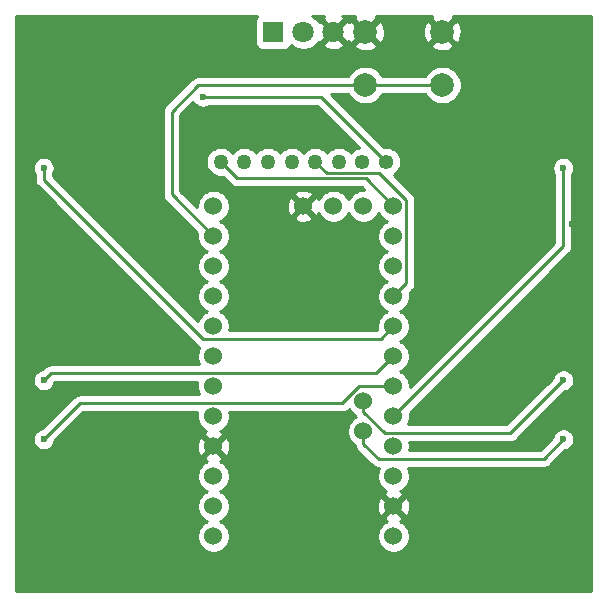
<source format=gbr>
%TF.GenerationSoftware,KiCad,Pcbnew,(5.1.9)-1*%
%TF.CreationDate,2021-04-07T01:06:44+02:00*%
%TF.ProjectId,HB-RC-6-PBU-LED_328,48422d52-432d-4362-9d50-42552d4c4544,rev?*%
%TF.SameCoordinates,Original*%
%TF.FileFunction,Copper,L2,Bot*%
%TF.FilePolarity,Positive*%
%FSLAX46Y46*%
G04 Gerber Fmt 4.6, Leading zero omitted, Abs format (unit mm)*
G04 Created by KiCad (PCBNEW (5.1.9)-1) date 2021-04-07 01:06:44*
%MOMM*%
%LPD*%
G01*
G04 APERTURE LIST*
%TA.AperFunction,ComponentPad*%
%ADD10C,2.000000*%
%TD*%
%TA.AperFunction,ComponentPad*%
%ADD11C,1.524000*%
%TD*%
%TA.AperFunction,ComponentPad*%
%ADD12O,1.270000X1.270000*%
%TD*%
%TA.AperFunction,ComponentPad*%
%ADD13C,1.270000*%
%TD*%
%TA.AperFunction,ComponentPad*%
%ADD14C,1.800000*%
%TD*%
%TA.AperFunction,ComponentPad*%
%ADD15R,1.800000X1.800000*%
%TD*%
%TA.AperFunction,ViaPad*%
%ADD16C,0.600000*%
%TD*%
%TA.AperFunction,Conductor*%
%ADD17C,0.250000*%
%TD*%
%TA.AperFunction,Conductor*%
%ADD18C,0.254000*%
%TD*%
%TA.AperFunction,Conductor*%
%ADD19C,0.100000*%
%TD*%
G04 APERTURE END LIST*
D10*
%TO.P,SW1,1*%
%TO.N,GND*%
X140250000Y-72000000D03*
%TO.P,SW1,2*%
%TO.N,/CONFIG*%
X140250000Y-76500000D03*
%TO.P,SW1,1*%
%TO.N,GND*%
X146750000Y-72000000D03*
%TO.P,SW1,2*%
%TO.N,/CONFIG*%
X146750000Y-76500000D03*
%TD*%
D11*
%TO.P,U1,TXD*%
%TO.N,Net-(U1-PadTXD)*%
X127380000Y-114700000D03*
%TO.P,U1,RXD*%
%TO.N,Net-(U1-PadRXD)*%
X127380000Y-112160000D03*
%TO.P,U1,RST*%
%TO.N,Net-(U1-PadRST)*%
X127380000Y-109620000D03*
%TO.P,U1,GND*%
%TO.N,GND*%
X127380000Y-107080000D03*
%TO.P,U1,2*%
%TO.N,/GDO0*%
X127380000Y-104540000D03*
%TO.P,U1,3*%
%TO.N,Net-(U1-Pad3)*%
X127380000Y-102000000D03*
%TO.P,U1,4*%
%TO.N,/LED1*%
X127380000Y-99460000D03*
%TO.P,U1,5*%
%TO.N,/LED2*%
X127380000Y-96920000D03*
%TO.P,U1,6*%
%TO.N,Net-(U1-Pad6)*%
X127380000Y-94380000D03*
%TO.P,U1,7*%
%TO.N,Net-(U1-Pad7)*%
X127380000Y-91840000D03*
%TO.P,U1,8*%
%TO.N,/CONFIG*%
X127380000Y-89300000D03*
%TO.P,U1,9*%
%TO.N,/WS_LED*%
X127380000Y-86760000D03*
%TO.P,U1,10*%
%TO.N,/CSN*%
X142620000Y-86760000D03*
%TO.P,U1,11*%
%TO.N,/MOSI*%
X142620000Y-89300000D03*
%TO.P,U1,12*%
%TO.N,/MISO*%
X142620000Y-91840000D03*
%TO.P,U1,13*%
%TO.N,/SCK*%
X142620000Y-94380000D03*
%TO.P,U1,A0*%
%TO.N,/BTN1*%
X142620000Y-96920000D03*
%TO.P,U1,A1*%
%TO.N,/BTN2*%
X142620000Y-99460000D03*
%TO.P,U1,A2*%
%TO.N,/BTN3*%
X142620000Y-102000000D03*
%TO.P,U1,A3*%
%TO.N,/BTN4*%
X142620000Y-104540000D03*
%TO.P,U1,VCC*%
%TO.N,/3V3*%
X142620000Y-107080000D03*
%TO.P,U1,RST*%
%TO.N,Net-(U1-PadRST)*%
X142620000Y-109620000D03*
%TO.P,U1,GND*%
%TO.N,GND*%
X142620000Y-112160000D03*
%TO.P,U1,RAW*%
%TO.N,/5V*%
X142620000Y-114700000D03*
%TO.P,U1,A4*%
%TO.N,/BTN5*%
X140080000Y-103270000D03*
%TO.P,U1,A5*%
%TO.N,/BTN6*%
X140080000Y-105810000D03*
%TO.P,U1,A7*%
%TO.N,Net-(U1-PadA7)*%
X140080000Y-86760000D03*
%TO.P,U1,A6*%
%TO.N,Net-(U1-PadA6)*%
X137540000Y-86760000D03*
%TO.P,U1,GND*%
%TO.N,GND*%
X135000000Y-86760000D03*
%TD*%
D12*
%TO.P,IC1,1*%
%TO.N,/3V3*%
X142000000Y-83000000D03*
%TO.P,IC1,2*%
%TO.N,GND*%
X140000000Y-83000000D03*
D13*
%TO.P,IC1,3*%
%TO.N,/MOSI*%
X138000000Y-83000000D03*
%TO.P,IC1,4*%
%TO.N,/SCK*%
X136000000Y-83000000D03*
%TO.P,IC1,5*%
%TO.N,/MISO*%
X134000000Y-83000000D03*
%TO.P,IC1,6*%
%TO.N,Net-(IC1-Pad6)*%
X132000000Y-83000000D03*
%TO.P,IC1,7*%
%TO.N,/GDO0*%
X130000000Y-83000000D03*
%TO.P,IC1,8*%
%TO.N,/CSN*%
X128000000Y-83000000D03*
%TD*%
D14*
%TO.P,D1,3*%
%TO.N,GND*%
X137540000Y-72000000D03*
%TO.P,D1,2*%
%TO.N,Net-(D1-Pad2)*%
X135000000Y-72000000D03*
D15*
%TO.P,D1,1*%
%TO.N,Net-(D1-Pad1)*%
X132460000Y-72000000D03*
%TD*%
D16*
%TO.N,GND*%
X157750000Y-88250000D03*
X120500000Y-76000000D03*
%TO.N,/3V3*%
X126500000Y-77500000D03*
%TO.N,/BTN1*%
X113000000Y-83500000D03*
%TO.N,/BTN2*%
X113000000Y-101500000D03*
%TO.N,/BTN3*%
X113000000Y-106500000D03*
%TO.N,/BTN4*%
X157000000Y-83500000D03*
%TO.N,/BTN5*%
X157000000Y-101500000D03*
%TO.N,/BTN6*%
X157000000Y-106500000D03*
%TD*%
D17*
%TO.N,/3V3*%
X136500000Y-77500000D02*
X142000000Y-83000000D01*
X126500000Y-77500000D02*
X136500000Y-77500000D01*
%TO.N,/SCK*%
X143707001Y-86238239D02*
X143707001Y-93292999D01*
X141428763Y-83960001D02*
X143707001Y-86238239D01*
X136960001Y-83960001D02*
X141428763Y-83960001D01*
X143707001Y-93292999D02*
X142620000Y-94380000D01*
X136000000Y-83000000D02*
X136960001Y-83960001D01*
%TO.N,/CSN*%
X129410011Y-84410011D02*
X140270011Y-84410011D01*
X140270011Y-84410011D02*
X142620000Y-86760000D01*
X128000000Y-83000000D02*
X129410011Y-84410011D01*
%TO.N,/CONFIG*%
X140250000Y-76500000D02*
X146750000Y-76500000D01*
X126074998Y-76500000D02*
X140250000Y-76500000D01*
X123830000Y-78744998D02*
X126074998Y-76500000D01*
X127380000Y-89300000D02*
X123830000Y-85750000D01*
X123830000Y-85750000D02*
X123830000Y-78744998D01*
%TO.N,/BTN1*%
X141532999Y-98007001D02*
X142620000Y-96920000D01*
X126492241Y-98007001D02*
X141532999Y-98007001D01*
X113000000Y-84514760D02*
X126492241Y-98007001D01*
X113000000Y-83500000D02*
X113000000Y-84514760D01*
%TO.N,/BTN2*%
X141167001Y-100912999D02*
X142620000Y-99460000D01*
X113587001Y-100912999D02*
X141167001Y-100912999D01*
X113000000Y-101500000D02*
X113587001Y-100912999D01*
%TO.N,/BTN3*%
X139741238Y-102000000D02*
X142620000Y-102000000D01*
X138288239Y-103452999D02*
X139741238Y-102000000D01*
X116047001Y-103452999D02*
X138288239Y-103452999D01*
X113000000Y-106500000D02*
X116047001Y-103452999D01*
%TO.N,/BTN4*%
X157000000Y-90160000D02*
X142620000Y-104540000D01*
X157000000Y-83500000D02*
X157000000Y-90160000D01*
%TO.N,/BTN5*%
X140080000Y-104201238D02*
X140080000Y-103270000D01*
X141871761Y-105992999D02*
X140080000Y-104201238D01*
X152507001Y-105992999D02*
X141871761Y-105992999D01*
X157000000Y-101500000D02*
X152507001Y-105992999D01*
%TO.N,/BTN6*%
X141359371Y-108167001D02*
X140080000Y-106887630D01*
X140080000Y-106887630D02*
X140080000Y-105810000D01*
X155332999Y-108167001D02*
X141359371Y-108167001D01*
X157000000Y-106500000D02*
X155332999Y-108167001D01*
%TD*%
D18*
%TO.N,GND*%
X131029463Y-70745506D02*
X130970498Y-70855820D01*
X130934188Y-70975518D01*
X130921928Y-71100000D01*
X130921928Y-72900000D01*
X130934188Y-73024482D01*
X130970498Y-73144180D01*
X131029463Y-73254494D01*
X131108815Y-73351185D01*
X131205506Y-73430537D01*
X131315820Y-73489502D01*
X131435518Y-73525812D01*
X131560000Y-73538072D01*
X133360000Y-73538072D01*
X133484482Y-73525812D01*
X133604180Y-73489502D01*
X133714494Y-73430537D01*
X133811185Y-73351185D01*
X133890537Y-73254494D01*
X133949502Y-73144180D01*
X133955056Y-73125873D01*
X134021495Y-73192312D01*
X134272905Y-73360299D01*
X134552257Y-73476011D01*
X134848816Y-73535000D01*
X135151184Y-73535000D01*
X135447743Y-73476011D01*
X135727095Y-73360299D01*
X135978505Y-73192312D01*
X136106737Y-73064080D01*
X136655525Y-73064080D01*
X136739208Y-73318261D01*
X137011775Y-73449158D01*
X137304642Y-73524365D01*
X137606553Y-73540991D01*
X137905907Y-73498397D01*
X138191199Y-73398222D01*
X138340792Y-73318261D01*
X138400990Y-73135413D01*
X139294192Y-73135413D01*
X139389956Y-73399814D01*
X139679571Y-73540704D01*
X139991108Y-73622384D01*
X140312595Y-73641718D01*
X140631675Y-73597961D01*
X140936088Y-73492795D01*
X141110044Y-73399814D01*
X141205808Y-73135413D01*
X145794192Y-73135413D01*
X145889956Y-73399814D01*
X146179571Y-73540704D01*
X146491108Y-73622384D01*
X146812595Y-73641718D01*
X147131675Y-73597961D01*
X147436088Y-73492795D01*
X147610044Y-73399814D01*
X147705808Y-73135413D01*
X146750000Y-72179605D01*
X145794192Y-73135413D01*
X141205808Y-73135413D01*
X140250000Y-72179605D01*
X139294192Y-73135413D01*
X138400990Y-73135413D01*
X138424475Y-73064080D01*
X137540000Y-72179605D01*
X136655525Y-73064080D01*
X136106737Y-73064080D01*
X136192312Y-72978505D01*
X136294951Y-72824895D01*
X136475920Y-72884475D01*
X137360395Y-72000000D01*
X137719605Y-72000000D01*
X138604080Y-72884475D01*
X138824463Y-72811919D01*
X138850186Y-72860044D01*
X139114587Y-72955808D01*
X140070395Y-72000000D01*
X140429605Y-72000000D01*
X141385413Y-72955808D01*
X141649814Y-72860044D01*
X141790704Y-72570429D01*
X141872384Y-72258892D01*
X141884189Y-72062595D01*
X145108282Y-72062595D01*
X145152039Y-72381675D01*
X145257205Y-72686088D01*
X145350186Y-72860044D01*
X145614587Y-72955808D01*
X146570395Y-72000000D01*
X146929605Y-72000000D01*
X147885413Y-72955808D01*
X148149814Y-72860044D01*
X148290704Y-72570429D01*
X148372384Y-72258892D01*
X148391718Y-71937405D01*
X148347961Y-71618325D01*
X148242795Y-71313912D01*
X148149814Y-71139956D01*
X147885413Y-71044192D01*
X146929605Y-72000000D01*
X146570395Y-72000000D01*
X145614587Y-71044192D01*
X145350186Y-71139956D01*
X145209296Y-71429571D01*
X145127616Y-71741108D01*
X145108282Y-72062595D01*
X141884189Y-72062595D01*
X141891718Y-71937405D01*
X141847961Y-71618325D01*
X141742795Y-71313912D01*
X141649814Y-71139956D01*
X141385413Y-71044192D01*
X140429605Y-72000000D01*
X140070395Y-72000000D01*
X139114587Y-71044192D01*
X138850186Y-71139956D01*
X138826455Y-71188737D01*
X138604080Y-71115525D01*
X137719605Y-72000000D01*
X137360395Y-72000000D01*
X136475920Y-71115525D01*
X136294951Y-71175105D01*
X136192312Y-71021495D01*
X135978505Y-70807688D01*
X135757475Y-70660000D01*
X136779878Y-70660000D01*
X136739208Y-70681739D01*
X136655525Y-70935920D01*
X137540000Y-71820395D01*
X138424475Y-70935920D01*
X138340792Y-70681739D01*
X138295525Y-70660000D01*
X139368292Y-70660000D01*
X139294192Y-70864587D01*
X140250000Y-71820395D01*
X141205808Y-70864587D01*
X141131708Y-70660000D01*
X145868292Y-70660000D01*
X145794192Y-70864587D01*
X146750000Y-71820395D01*
X147705808Y-70864587D01*
X147631708Y-70660000D01*
X159340000Y-70660000D01*
X159340001Y-119340000D01*
X110660000Y-119340000D01*
X110660000Y-109482408D01*
X125983000Y-109482408D01*
X125983000Y-109757592D01*
X126036686Y-110027490D01*
X126141995Y-110281727D01*
X126294880Y-110510535D01*
X126489465Y-110705120D01*
X126718273Y-110858005D01*
X126795515Y-110890000D01*
X126718273Y-110921995D01*
X126489465Y-111074880D01*
X126294880Y-111269465D01*
X126141995Y-111498273D01*
X126036686Y-111752510D01*
X125983000Y-112022408D01*
X125983000Y-112297592D01*
X126036686Y-112567490D01*
X126141995Y-112821727D01*
X126294880Y-113050535D01*
X126489465Y-113245120D01*
X126718273Y-113398005D01*
X126795515Y-113430000D01*
X126718273Y-113461995D01*
X126489465Y-113614880D01*
X126294880Y-113809465D01*
X126141995Y-114038273D01*
X126036686Y-114292510D01*
X125983000Y-114562408D01*
X125983000Y-114837592D01*
X126036686Y-115107490D01*
X126141995Y-115361727D01*
X126294880Y-115590535D01*
X126489465Y-115785120D01*
X126718273Y-115938005D01*
X126972510Y-116043314D01*
X127242408Y-116097000D01*
X127517592Y-116097000D01*
X127787490Y-116043314D01*
X128041727Y-115938005D01*
X128270535Y-115785120D01*
X128465120Y-115590535D01*
X128618005Y-115361727D01*
X128723314Y-115107490D01*
X128777000Y-114837592D01*
X128777000Y-114562408D01*
X141223000Y-114562408D01*
X141223000Y-114837592D01*
X141276686Y-115107490D01*
X141381995Y-115361727D01*
X141534880Y-115590535D01*
X141729465Y-115785120D01*
X141958273Y-115938005D01*
X142212510Y-116043314D01*
X142482408Y-116097000D01*
X142757592Y-116097000D01*
X143027490Y-116043314D01*
X143281727Y-115938005D01*
X143510535Y-115785120D01*
X143705120Y-115590535D01*
X143858005Y-115361727D01*
X143963314Y-115107490D01*
X144017000Y-114837592D01*
X144017000Y-114562408D01*
X143963314Y-114292510D01*
X143858005Y-114038273D01*
X143705120Y-113809465D01*
X143510535Y-113614880D01*
X143281727Y-113461995D01*
X143210057Y-113432308D01*
X143223023Y-113427636D01*
X143338980Y-113365656D01*
X143405960Y-113125565D01*
X142620000Y-112339605D01*
X141834040Y-113125565D01*
X141901020Y-113365656D01*
X142036760Y-113429485D01*
X141958273Y-113461995D01*
X141729465Y-113614880D01*
X141534880Y-113809465D01*
X141381995Y-114038273D01*
X141276686Y-114292510D01*
X141223000Y-114562408D01*
X128777000Y-114562408D01*
X128723314Y-114292510D01*
X128618005Y-114038273D01*
X128465120Y-113809465D01*
X128270535Y-113614880D01*
X128041727Y-113461995D01*
X127964485Y-113430000D01*
X128041727Y-113398005D01*
X128270535Y-113245120D01*
X128465120Y-113050535D01*
X128618005Y-112821727D01*
X128723314Y-112567490D01*
X128777000Y-112297592D01*
X128777000Y-112232017D01*
X141218090Y-112232017D01*
X141259078Y-112504133D01*
X141352364Y-112763023D01*
X141414344Y-112878980D01*
X141654435Y-112945960D01*
X142440395Y-112160000D01*
X142799605Y-112160000D01*
X143585565Y-112945960D01*
X143825656Y-112878980D01*
X143942756Y-112629952D01*
X144009023Y-112362865D01*
X144021910Y-112087983D01*
X143980922Y-111815867D01*
X143887636Y-111556977D01*
X143825656Y-111441020D01*
X143585565Y-111374040D01*
X142799605Y-112160000D01*
X142440395Y-112160000D01*
X141654435Y-111374040D01*
X141414344Y-111441020D01*
X141297244Y-111690048D01*
X141230977Y-111957135D01*
X141218090Y-112232017D01*
X128777000Y-112232017D01*
X128777000Y-112022408D01*
X128723314Y-111752510D01*
X128618005Y-111498273D01*
X128465120Y-111269465D01*
X128270535Y-111074880D01*
X128041727Y-110921995D01*
X127964485Y-110890000D01*
X128041727Y-110858005D01*
X128270535Y-110705120D01*
X128465120Y-110510535D01*
X128618005Y-110281727D01*
X128723314Y-110027490D01*
X128777000Y-109757592D01*
X128777000Y-109482408D01*
X128723314Y-109212510D01*
X128618005Y-108958273D01*
X128465120Y-108729465D01*
X128270535Y-108534880D01*
X128041727Y-108381995D01*
X127970057Y-108352308D01*
X127983023Y-108347636D01*
X128098980Y-108285656D01*
X128165960Y-108045565D01*
X127380000Y-107259605D01*
X126594040Y-108045565D01*
X126661020Y-108285656D01*
X126796760Y-108349485D01*
X126718273Y-108381995D01*
X126489465Y-108534880D01*
X126294880Y-108729465D01*
X126141995Y-108958273D01*
X126036686Y-109212510D01*
X125983000Y-109482408D01*
X110660000Y-109482408D01*
X110660000Y-83407911D01*
X112065000Y-83407911D01*
X112065000Y-83592089D01*
X112100932Y-83772729D01*
X112171414Y-83942889D01*
X112240001Y-84045536D01*
X112240001Y-84477428D01*
X112236324Y-84514760D01*
X112240001Y-84552093D01*
X112250998Y-84663746D01*
X112262680Y-84702257D01*
X112294454Y-84807006D01*
X112365026Y-84939036D01*
X112436201Y-85025762D01*
X112460000Y-85054761D01*
X112488998Y-85078559D01*
X125928442Y-98518004D01*
X125952240Y-98547002D01*
X126067965Y-98641975D01*
X126199465Y-98712264D01*
X126141995Y-98798273D01*
X126036686Y-99052510D01*
X125983000Y-99322408D01*
X125983000Y-99597592D01*
X126036686Y-99867490D01*
X126141995Y-100121727D01*
X126162890Y-100152999D01*
X113624326Y-100152999D01*
X113587001Y-100149323D01*
X113549676Y-100152999D01*
X113549668Y-100152999D01*
X113438015Y-100163996D01*
X113294754Y-100207453D01*
X113162725Y-100278025D01*
X113047000Y-100372998D01*
X113023201Y-100401997D01*
X112848351Y-100576847D01*
X112727271Y-100600932D01*
X112557111Y-100671414D01*
X112403972Y-100773738D01*
X112273738Y-100903972D01*
X112171414Y-101057111D01*
X112100932Y-101227271D01*
X112065000Y-101407911D01*
X112065000Y-101592089D01*
X112100932Y-101772729D01*
X112171414Y-101942889D01*
X112273738Y-102096028D01*
X112403972Y-102226262D01*
X112557111Y-102328586D01*
X112727271Y-102399068D01*
X112907911Y-102435000D01*
X113092089Y-102435000D01*
X113272729Y-102399068D01*
X113442889Y-102328586D01*
X113596028Y-102226262D01*
X113726262Y-102096028D01*
X113828586Y-101942889D01*
X113899068Y-101772729D01*
X113918906Y-101672999D01*
X126020676Y-101672999D01*
X125983000Y-101862408D01*
X125983000Y-102137592D01*
X126036686Y-102407490D01*
X126141995Y-102661727D01*
X126162890Y-102692999D01*
X116084323Y-102692999D01*
X116047000Y-102689323D01*
X116009677Y-102692999D01*
X116009668Y-102692999D01*
X115898015Y-102703996D01*
X115754754Y-102747453D01*
X115622724Y-102818025D01*
X115539084Y-102886667D01*
X115507000Y-102912998D01*
X115483202Y-102941996D01*
X112848352Y-105576847D01*
X112727271Y-105600932D01*
X112557111Y-105671414D01*
X112403972Y-105773738D01*
X112273738Y-105903972D01*
X112171414Y-106057111D01*
X112100932Y-106227271D01*
X112065000Y-106407911D01*
X112065000Y-106592089D01*
X112100932Y-106772729D01*
X112171414Y-106942889D01*
X112273738Y-107096028D01*
X112403972Y-107226262D01*
X112557111Y-107328586D01*
X112727271Y-107399068D01*
X112907911Y-107435000D01*
X113092089Y-107435000D01*
X113272729Y-107399068D01*
X113442889Y-107328586D01*
X113596028Y-107226262D01*
X113670273Y-107152017D01*
X125978090Y-107152017D01*
X126019078Y-107424133D01*
X126112364Y-107683023D01*
X126174344Y-107798980D01*
X126414435Y-107865960D01*
X127200395Y-107080000D01*
X127559605Y-107080000D01*
X128345565Y-107865960D01*
X128585656Y-107798980D01*
X128702756Y-107549952D01*
X128769023Y-107282865D01*
X128781910Y-107007983D01*
X128740922Y-106735867D01*
X128647636Y-106476977D01*
X128585656Y-106361020D01*
X128345565Y-106294040D01*
X127559605Y-107080000D01*
X127200395Y-107080000D01*
X126414435Y-106294040D01*
X126174344Y-106361020D01*
X126057244Y-106610048D01*
X125990977Y-106877135D01*
X125978090Y-107152017D01*
X113670273Y-107152017D01*
X113726262Y-107096028D01*
X113828586Y-106942889D01*
X113899068Y-106772729D01*
X113923153Y-106651648D01*
X116361803Y-104212999D01*
X126020676Y-104212999D01*
X125983000Y-104402408D01*
X125983000Y-104677592D01*
X126036686Y-104947490D01*
X126141995Y-105201727D01*
X126294880Y-105430535D01*
X126489465Y-105625120D01*
X126718273Y-105778005D01*
X126789943Y-105807692D01*
X126776977Y-105812364D01*
X126661020Y-105874344D01*
X126594040Y-106114435D01*
X127380000Y-106900395D01*
X128165960Y-106114435D01*
X128098980Y-105874344D01*
X127963240Y-105810515D01*
X128041727Y-105778005D01*
X128270535Y-105625120D01*
X128465120Y-105430535D01*
X128618005Y-105201727D01*
X128723314Y-104947490D01*
X128777000Y-104677592D01*
X128777000Y-104402408D01*
X128739324Y-104212999D01*
X138250917Y-104212999D01*
X138288239Y-104216675D01*
X138325561Y-104212999D01*
X138325572Y-104212999D01*
X138437225Y-104202002D01*
X138580486Y-104158545D01*
X138712515Y-104087973D01*
X138828240Y-103993000D01*
X138852043Y-103963996D01*
X138858945Y-103957094D01*
X138994880Y-104160535D01*
X139189465Y-104355120D01*
X139368839Y-104474974D01*
X139374454Y-104493484D01*
X139416907Y-104572908D01*
X139189465Y-104724880D01*
X138994880Y-104919465D01*
X138841995Y-105148273D01*
X138736686Y-105402510D01*
X138683000Y-105672408D01*
X138683000Y-105947592D01*
X138736686Y-106217490D01*
X138841995Y-106471727D01*
X138994880Y-106700535D01*
X139189465Y-106895120D01*
X139326050Y-106986383D01*
X139330997Y-107036615D01*
X139366003Y-107152017D01*
X139374454Y-107179876D01*
X139445026Y-107311906D01*
X139484871Y-107360456D01*
X139539999Y-107427631D01*
X139569003Y-107451434D01*
X140795572Y-108678004D01*
X140819370Y-108707002D01*
X140935095Y-108801975D01*
X141067124Y-108872547D01*
X141210385Y-108916004D01*
X141322038Y-108927001D01*
X141322048Y-108927001D01*
X141359371Y-108930677D01*
X141396694Y-108927001D01*
X141402890Y-108927001D01*
X141381995Y-108958273D01*
X141276686Y-109212510D01*
X141223000Y-109482408D01*
X141223000Y-109757592D01*
X141276686Y-110027490D01*
X141381995Y-110281727D01*
X141534880Y-110510535D01*
X141729465Y-110705120D01*
X141958273Y-110858005D01*
X142029943Y-110887692D01*
X142016977Y-110892364D01*
X141901020Y-110954344D01*
X141834040Y-111194435D01*
X142620000Y-111980395D01*
X143405960Y-111194435D01*
X143338980Y-110954344D01*
X143203240Y-110890515D01*
X143281727Y-110858005D01*
X143510535Y-110705120D01*
X143705120Y-110510535D01*
X143858005Y-110281727D01*
X143963314Y-110027490D01*
X144017000Y-109757592D01*
X144017000Y-109482408D01*
X143963314Y-109212510D01*
X143858005Y-108958273D01*
X143837110Y-108927001D01*
X155295677Y-108927001D01*
X155332999Y-108930677D01*
X155370321Y-108927001D01*
X155370332Y-108927001D01*
X155481985Y-108916004D01*
X155625246Y-108872547D01*
X155757275Y-108801975D01*
X155873000Y-108707002D01*
X155896802Y-108677999D01*
X157151650Y-107423152D01*
X157272729Y-107399068D01*
X157442889Y-107328586D01*
X157596028Y-107226262D01*
X157726262Y-107096028D01*
X157828586Y-106942889D01*
X157899068Y-106772729D01*
X157935000Y-106592089D01*
X157935000Y-106407911D01*
X157899068Y-106227271D01*
X157828586Y-106057111D01*
X157726262Y-105903972D01*
X157596028Y-105773738D01*
X157442889Y-105671414D01*
X157272729Y-105600932D01*
X157092089Y-105565000D01*
X156907911Y-105565000D01*
X156727271Y-105600932D01*
X156557111Y-105671414D01*
X156403972Y-105773738D01*
X156273738Y-105903972D01*
X156171414Y-106057111D01*
X156100932Y-106227271D01*
X156076848Y-106348350D01*
X155018198Y-107407001D01*
X143979324Y-107407001D01*
X144017000Y-107217592D01*
X144017000Y-106942408D01*
X143979324Y-106752999D01*
X152469679Y-106752999D01*
X152507001Y-106756675D01*
X152544323Y-106752999D01*
X152544334Y-106752999D01*
X152655987Y-106742002D01*
X152799248Y-106698545D01*
X152931277Y-106627973D01*
X153047002Y-106533000D01*
X153070805Y-106503996D01*
X157151649Y-102423153D01*
X157272729Y-102399068D01*
X157442889Y-102328586D01*
X157596028Y-102226262D01*
X157726262Y-102096028D01*
X157828586Y-101942889D01*
X157899068Y-101772729D01*
X157935000Y-101592089D01*
X157935000Y-101407911D01*
X157899068Y-101227271D01*
X157828586Y-101057111D01*
X157726262Y-100903972D01*
X157596028Y-100773738D01*
X157442889Y-100671414D01*
X157272729Y-100600932D01*
X157092089Y-100565000D01*
X156907911Y-100565000D01*
X156727271Y-100600932D01*
X156557111Y-100671414D01*
X156403972Y-100773738D01*
X156273738Y-100903972D01*
X156171414Y-101057111D01*
X156100932Y-101227271D01*
X156076847Y-101348351D01*
X152192200Y-105232999D01*
X143837110Y-105232999D01*
X143858005Y-105201727D01*
X143963314Y-104947490D01*
X144017000Y-104677592D01*
X144017000Y-104402408D01*
X143986372Y-104248429D01*
X157511003Y-90723799D01*
X157540001Y-90700001D01*
X157586523Y-90643314D01*
X157634974Y-90584277D01*
X157705546Y-90452247D01*
X157725908Y-90385120D01*
X157749003Y-90308986D01*
X157760000Y-90197333D01*
X157760000Y-90197324D01*
X157763676Y-90160001D01*
X157760000Y-90122678D01*
X157760000Y-84045535D01*
X157828586Y-83942889D01*
X157899068Y-83772729D01*
X157935000Y-83592089D01*
X157935000Y-83407911D01*
X157899068Y-83227271D01*
X157828586Y-83057111D01*
X157726262Y-82903972D01*
X157596028Y-82773738D01*
X157442889Y-82671414D01*
X157272729Y-82600932D01*
X157092089Y-82565000D01*
X156907911Y-82565000D01*
X156727271Y-82600932D01*
X156557111Y-82671414D01*
X156403972Y-82773738D01*
X156273738Y-82903972D01*
X156171414Y-83057111D01*
X156100932Y-83227271D01*
X156065000Y-83407911D01*
X156065000Y-83592089D01*
X156100932Y-83772729D01*
X156171414Y-83942889D01*
X156240000Y-84045536D01*
X156240001Y-89845197D01*
X144017000Y-102068199D01*
X144017000Y-101862408D01*
X143963314Y-101592510D01*
X143858005Y-101338273D01*
X143705120Y-101109465D01*
X143510535Y-100914880D01*
X143281727Y-100761995D01*
X143204485Y-100730000D01*
X143281727Y-100698005D01*
X143510535Y-100545120D01*
X143705120Y-100350535D01*
X143858005Y-100121727D01*
X143963314Y-99867490D01*
X144017000Y-99597592D01*
X144017000Y-99322408D01*
X143963314Y-99052510D01*
X143858005Y-98798273D01*
X143705120Y-98569465D01*
X143510535Y-98374880D01*
X143281727Y-98221995D01*
X143204485Y-98190000D01*
X143281727Y-98158005D01*
X143510535Y-98005120D01*
X143705120Y-97810535D01*
X143858005Y-97581727D01*
X143963314Y-97327490D01*
X144017000Y-97057592D01*
X144017000Y-96782408D01*
X143963314Y-96512510D01*
X143858005Y-96258273D01*
X143705120Y-96029465D01*
X143510535Y-95834880D01*
X143281727Y-95681995D01*
X143204485Y-95650000D01*
X143281727Y-95618005D01*
X143510535Y-95465120D01*
X143705120Y-95270535D01*
X143858005Y-95041727D01*
X143963314Y-94787490D01*
X144017000Y-94517592D01*
X144017000Y-94242408D01*
X143986372Y-94088430D01*
X144218004Y-93856798D01*
X144247002Y-93833000D01*
X144341975Y-93717275D01*
X144412547Y-93585246D01*
X144456004Y-93441985D01*
X144467001Y-93330332D01*
X144470678Y-93292999D01*
X144467001Y-93255666D01*
X144467001Y-86275561D01*
X144470677Y-86238238D01*
X144467001Y-86200915D01*
X144467001Y-86200906D01*
X144456004Y-86089253D01*
X144412547Y-85945992D01*
X144341975Y-85813962D01*
X144270800Y-85727236D01*
X144247002Y-85698238D01*
X144218005Y-85674441D01*
X142642005Y-84098442D01*
X142809578Y-83986473D01*
X142986473Y-83809578D01*
X143125459Y-83601571D01*
X143221195Y-83370445D01*
X143270000Y-83125084D01*
X143270000Y-82874916D01*
X143221195Y-82629555D01*
X143125459Y-82398429D01*
X142986473Y-82190422D01*
X142809578Y-82013527D01*
X142601571Y-81874541D01*
X142370445Y-81778805D01*
X142125084Y-81730000D01*
X141874916Y-81730000D01*
X141816434Y-81741633D01*
X137334801Y-77260000D01*
X138795091Y-77260000D01*
X138801082Y-77274463D01*
X138980013Y-77542252D01*
X139207748Y-77769987D01*
X139475537Y-77948918D01*
X139773088Y-78072168D01*
X140088967Y-78135000D01*
X140411033Y-78135000D01*
X140726912Y-78072168D01*
X141024463Y-77948918D01*
X141292252Y-77769987D01*
X141519987Y-77542252D01*
X141698918Y-77274463D01*
X141704909Y-77260000D01*
X145295091Y-77260000D01*
X145301082Y-77274463D01*
X145480013Y-77542252D01*
X145707748Y-77769987D01*
X145975537Y-77948918D01*
X146273088Y-78072168D01*
X146588967Y-78135000D01*
X146911033Y-78135000D01*
X147226912Y-78072168D01*
X147524463Y-77948918D01*
X147792252Y-77769987D01*
X148019987Y-77542252D01*
X148198918Y-77274463D01*
X148322168Y-76976912D01*
X148385000Y-76661033D01*
X148385000Y-76338967D01*
X148322168Y-76023088D01*
X148198918Y-75725537D01*
X148019987Y-75457748D01*
X147792252Y-75230013D01*
X147524463Y-75051082D01*
X147226912Y-74927832D01*
X146911033Y-74865000D01*
X146588967Y-74865000D01*
X146273088Y-74927832D01*
X145975537Y-75051082D01*
X145707748Y-75230013D01*
X145480013Y-75457748D01*
X145301082Y-75725537D01*
X145295091Y-75740000D01*
X141704909Y-75740000D01*
X141698918Y-75725537D01*
X141519987Y-75457748D01*
X141292252Y-75230013D01*
X141024463Y-75051082D01*
X140726912Y-74927832D01*
X140411033Y-74865000D01*
X140088967Y-74865000D01*
X139773088Y-74927832D01*
X139475537Y-75051082D01*
X139207748Y-75230013D01*
X138980013Y-75457748D01*
X138801082Y-75725537D01*
X138795091Y-75740000D01*
X126112331Y-75740000D01*
X126074998Y-75736323D01*
X126037665Y-75740000D01*
X125926012Y-75750997D01*
X125782751Y-75794454D01*
X125650722Y-75865026D01*
X125534997Y-75959999D01*
X125511199Y-75988997D01*
X123318998Y-78181199D01*
X123290000Y-78204997D01*
X123266202Y-78233995D01*
X123266201Y-78233996D01*
X123195026Y-78320722D01*
X123124454Y-78452752D01*
X123080998Y-78596013D01*
X123066324Y-78744998D01*
X123070001Y-78782330D01*
X123070000Y-85712677D01*
X123066324Y-85750000D01*
X123070000Y-85787322D01*
X123070000Y-85787332D01*
X123080997Y-85898985D01*
X123124082Y-86041020D01*
X123124454Y-86042246D01*
X123195026Y-86174276D01*
X123216881Y-86200906D01*
X123289999Y-86290001D01*
X123319003Y-86313804D01*
X126013628Y-89008430D01*
X125983000Y-89162408D01*
X125983000Y-89437592D01*
X126036686Y-89707490D01*
X126141995Y-89961727D01*
X126294880Y-90190535D01*
X126489465Y-90385120D01*
X126718273Y-90538005D01*
X126795515Y-90570000D01*
X126718273Y-90601995D01*
X126489465Y-90754880D01*
X126294880Y-90949465D01*
X126141995Y-91178273D01*
X126036686Y-91432510D01*
X125983000Y-91702408D01*
X125983000Y-91977592D01*
X126036686Y-92247490D01*
X126141995Y-92501727D01*
X126294880Y-92730535D01*
X126489465Y-92925120D01*
X126718273Y-93078005D01*
X126795515Y-93110000D01*
X126718273Y-93141995D01*
X126489465Y-93294880D01*
X126294880Y-93489465D01*
X126141995Y-93718273D01*
X126036686Y-93972510D01*
X125983000Y-94242408D01*
X125983000Y-94517592D01*
X126036686Y-94787490D01*
X126141995Y-95041727D01*
X126294880Y-95270535D01*
X126489465Y-95465120D01*
X126718273Y-95618005D01*
X126795515Y-95650000D01*
X126718273Y-95681995D01*
X126489465Y-95834880D01*
X126294880Y-96029465D01*
X126141995Y-96258273D01*
X126047191Y-96487149D01*
X113760000Y-84199959D01*
X113760000Y-84045535D01*
X113828586Y-83942889D01*
X113899068Y-83772729D01*
X113935000Y-83592089D01*
X113935000Y-83407911D01*
X113899068Y-83227271D01*
X113828586Y-83057111D01*
X113726262Y-82903972D01*
X113596028Y-82773738D01*
X113442889Y-82671414D01*
X113272729Y-82600932D01*
X113092089Y-82565000D01*
X112907911Y-82565000D01*
X112727271Y-82600932D01*
X112557111Y-82671414D01*
X112403972Y-82773738D01*
X112273738Y-82903972D01*
X112171414Y-83057111D01*
X112100932Y-83227271D01*
X112065000Y-83407911D01*
X110660000Y-83407911D01*
X110660000Y-70660000D01*
X131099636Y-70660000D01*
X131029463Y-70745506D01*
%TA.AperFunction,Conductor*%
D19*
G36*
X131029463Y-70745506D02*
G01*
X130970498Y-70855820D01*
X130934188Y-70975518D01*
X130921928Y-71100000D01*
X130921928Y-72900000D01*
X130934188Y-73024482D01*
X130970498Y-73144180D01*
X131029463Y-73254494D01*
X131108815Y-73351185D01*
X131205506Y-73430537D01*
X131315820Y-73489502D01*
X131435518Y-73525812D01*
X131560000Y-73538072D01*
X133360000Y-73538072D01*
X133484482Y-73525812D01*
X133604180Y-73489502D01*
X133714494Y-73430537D01*
X133811185Y-73351185D01*
X133890537Y-73254494D01*
X133949502Y-73144180D01*
X133955056Y-73125873D01*
X134021495Y-73192312D01*
X134272905Y-73360299D01*
X134552257Y-73476011D01*
X134848816Y-73535000D01*
X135151184Y-73535000D01*
X135447743Y-73476011D01*
X135727095Y-73360299D01*
X135978505Y-73192312D01*
X136106737Y-73064080D01*
X136655525Y-73064080D01*
X136739208Y-73318261D01*
X137011775Y-73449158D01*
X137304642Y-73524365D01*
X137606553Y-73540991D01*
X137905907Y-73498397D01*
X138191199Y-73398222D01*
X138340792Y-73318261D01*
X138400990Y-73135413D01*
X139294192Y-73135413D01*
X139389956Y-73399814D01*
X139679571Y-73540704D01*
X139991108Y-73622384D01*
X140312595Y-73641718D01*
X140631675Y-73597961D01*
X140936088Y-73492795D01*
X141110044Y-73399814D01*
X141205808Y-73135413D01*
X145794192Y-73135413D01*
X145889956Y-73399814D01*
X146179571Y-73540704D01*
X146491108Y-73622384D01*
X146812595Y-73641718D01*
X147131675Y-73597961D01*
X147436088Y-73492795D01*
X147610044Y-73399814D01*
X147705808Y-73135413D01*
X146750000Y-72179605D01*
X145794192Y-73135413D01*
X141205808Y-73135413D01*
X140250000Y-72179605D01*
X139294192Y-73135413D01*
X138400990Y-73135413D01*
X138424475Y-73064080D01*
X137540000Y-72179605D01*
X136655525Y-73064080D01*
X136106737Y-73064080D01*
X136192312Y-72978505D01*
X136294951Y-72824895D01*
X136475920Y-72884475D01*
X137360395Y-72000000D01*
X137719605Y-72000000D01*
X138604080Y-72884475D01*
X138824463Y-72811919D01*
X138850186Y-72860044D01*
X139114587Y-72955808D01*
X140070395Y-72000000D01*
X140429605Y-72000000D01*
X141385413Y-72955808D01*
X141649814Y-72860044D01*
X141790704Y-72570429D01*
X141872384Y-72258892D01*
X141884189Y-72062595D01*
X145108282Y-72062595D01*
X145152039Y-72381675D01*
X145257205Y-72686088D01*
X145350186Y-72860044D01*
X145614587Y-72955808D01*
X146570395Y-72000000D01*
X146929605Y-72000000D01*
X147885413Y-72955808D01*
X148149814Y-72860044D01*
X148290704Y-72570429D01*
X148372384Y-72258892D01*
X148391718Y-71937405D01*
X148347961Y-71618325D01*
X148242795Y-71313912D01*
X148149814Y-71139956D01*
X147885413Y-71044192D01*
X146929605Y-72000000D01*
X146570395Y-72000000D01*
X145614587Y-71044192D01*
X145350186Y-71139956D01*
X145209296Y-71429571D01*
X145127616Y-71741108D01*
X145108282Y-72062595D01*
X141884189Y-72062595D01*
X141891718Y-71937405D01*
X141847961Y-71618325D01*
X141742795Y-71313912D01*
X141649814Y-71139956D01*
X141385413Y-71044192D01*
X140429605Y-72000000D01*
X140070395Y-72000000D01*
X139114587Y-71044192D01*
X138850186Y-71139956D01*
X138826455Y-71188737D01*
X138604080Y-71115525D01*
X137719605Y-72000000D01*
X137360395Y-72000000D01*
X136475920Y-71115525D01*
X136294951Y-71175105D01*
X136192312Y-71021495D01*
X135978505Y-70807688D01*
X135757475Y-70660000D01*
X136779878Y-70660000D01*
X136739208Y-70681739D01*
X136655525Y-70935920D01*
X137540000Y-71820395D01*
X138424475Y-70935920D01*
X138340792Y-70681739D01*
X138295525Y-70660000D01*
X139368292Y-70660000D01*
X139294192Y-70864587D01*
X140250000Y-71820395D01*
X141205808Y-70864587D01*
X141131708Y-70660000D01*
X145868292Y-70660000D01*
X145794192Y-70864587D01*
X146750000Y-71820395D01*
X147705808Y-70864587D01*
X147631708Y-70660000D01*
X159340000Y-70660000D01*
X159340001Y-119340000D01*
X110660000Y-119340000D01*
X110660000Y-109482408D01*
X125983000Y-109482408D01*
X125983000Y-109757592D01*
X126036686Y-110027490D01*
X126141995Y-110281727D01*
X126294880Y-110510535D01*
X126489465Y-110705120D01*
X126718273Y-110858005D01*
X126795515Y-110890000D01*
X126718273Y-110921995D01*
X126489465Y-111074880D01*
X126294880Y-111269465D01*
X126141995Y-111498273D01*
X126036686Y-111752510D01*
X125983000Y-112022408D01*
X125983000Y-112297592D01*
X126036686Y-112567490D01*
X126141995Y-112821727D01*
X126294880Y-113050535D01*
X126489465Y-113245120D01*
X126718273Y-113398005D01*
X126795515Y-113430000D01*
X126718273Y-113461995D01*
X126489465Y-113614880D01*
X126294880Y-113809465D01*
X126141995Y-114038273D01*
X126036686Y-114292510D01*
X125983000Y-114562408D01*
X125983000Y-114837592D01*
X126036686Y-115107490D01*
X126141995Y-115361727D01*
X126294880Y-115590535D01*
X126489465Y-115785120D01*
X126718273Y-115938005D01*
X126972510Y-116043314D01*
X127242408Y-116097000D01*
X127517592Y-116097000D01*
X127787490Y-116043314D01*
X128041727Y-115938005D01*
X128270535Y-115785120D01*
X128465120Y-115590535D01*
X128618005Y-115361727D01*
X128723314Y-115107490D01*
X128777000Y-114837592D01*
X128777000Y-114562408D01*
X141223000Y-114562408D01*
X141223000Y-114837592D01*
X141276686Y-115107490D01*
X141381995Y-115361727D01*
X141534880Y-115590535D01*
X141729465Y-115785120D01*
X141958273Y-115938005D01*
X142212510Y-116043314D01*
X142482408Y-116097000D01*
X142757592Y-116097000D01*
X143027490Y-116043314D01*
X143281727Y-115938005D01*
X143510535Y-115785120D01*
X143705120Y-115590535D01*
X143858005Y-115361727D01*
X143963314Y-115107490D01*
X144017000Y-114837592D01*
X144017000Y-114562408D01*
X143963314Y-114292510D01*
X143858005Y-114038273D01*
X143705120Y-113809465D01*
X143510535Y-113614880D01*
X143281727Y-113461995D01*
X143210057Y-113432308D01*
X143223023Y-113427636D01*
X143338980Y-113365656D01*
X143405960Y-113125565D01*
X142620000Y-112339605D01*
X141834040Y-113125565D01*
X141901020Y-113365656D01*
X142036760Y-113429485D01*
X141958273Y-113461995D01*
X141729465Y-113614880D01*
X141534880Y-113809465D01*
X141381995Y-114038273D01*
X141276686Y-114292510D01*
X141223000Y-114562408D01*
X128777000Y-114562408D01*
X128723314Y-114292510D01*
X128618005Y-114038273D01*
X128465120Y-113809465D01*
X128270535Y-113614880D01*
X128041727Y-113461995D01*
X127964485Y-113430000D01*
X128041727Y-113398005D01*
X128270535Y-113245120D01*
X128465120Y-113050535D01*
X128618005Y-112821727D01*
X128723314Y-112567490D01*
X128777000Y-112297592D01*
X128777000Y-112232017D01*
X141218090Y-112232017D01*
X141259078Y-112504133D01*
X141352364Y-112763023D01*
X141414344Y-112878980D01*
X141654435Y-112945960D01*
X142440395Y-112160000D01*
X142799605Y-112160000D01*
X143585565Y-112945960D01*
X143825656Y-112878980D01*
X143942756Y-112629952D01*
X144009023Y-112362865D01*
X144021910Y-112087983D01*
X143980922Y-111815867D01*
X143887636Y-111556977D01*
X143825656Y-111441020D01*
X143585565Y-111374040D01*
X142799605Y-112160000D01*
X142440395Y-112160000D01*
X141654435Y-111374040D01*
X141414344Y-111441020D01*
X141297244Y-111690048D01*
X141230977Y-111957135D01*
X141218090Y-112232017D01*
X128777000Y-112232017D01*
X128777000Y-112022408D01*
X128723314Y-111752510D01*
X128618005Y-111498273D01*
X128465120Y-111269465D01*
X128270535Y-111074880D01*
X128041727Y-110921995D01*
X127964485Y-110890000D01*
X128041727Y-110858005D01*
X128270535Y-110705120D01*
X128465120Y-110510535D01*
X128618005Y-110281727D01*
X128723314Y-110027490D01*
X128777000Y-109757592D01*
X128777000Y-109482408D01*
X128723314Y-109212510D01*
X128618005Y-108958273D01*
X128465120Y-108729465D01*
X128270535Y-108534880D01*
X128041727Y-108381995D01*
X127970057Y-108352308D01*
X127983023Y-108347636D01*
X128098980Y-108285656D01*
X128165960Y-108045565D01*
X127380000Y-107259605D01*
X126594040Y-108045565D01*
X126661020Y-108285656D01*
X126796760Y-108349485D01*
X126718273Y-108381995D01*
X126489465Y-108534880D01*
X126294880Y-108729465D01*
X126141995Y-108958273D01*
X126036686Y-109212510D01*
X125983000Y-109482408D01*
X110660000Y-109482408D01*
X110660000Y-83407911D01*
X112065000Y-83407911D01*
X112065000Y-83592089D01*
X112100932Y-83772729D01*
X112171414Y-83942889D01*
X112240001Y-84045536D01*
X112240001Y-84477428D01*
X112236324Y-84514760D01*
X112240001Y-84552093D01*
X112250998Y-84663746D01*
X112262680Y-84702257D01*
X112294454Y-84807006D01*
X112365026Y-84939036D01*
X112436201Y-85025762D01*
X112460000Y-85054761D01*
X112488998Y-85078559D01*
X125928442Y-98518004D01*
X125952240Y-98547002D01*
X126067965Y-98641975D01*
X126199465Y-98712264D01*
X126141995Y-98798273D01*
X126036686Y-99052510D01*
X125983000Y-99322408D01*
X125983000Y-99597592D01*
X126036686Y-99867490D01*
X126141995Y-100121727D01*
X126162890Y-100152999D01*
X113624326Y-100152999D01*
X113587001Y-100149323D01*
X113549676Y-100152999D01*
X113549668Y-100152999D01*
X113438015Y-100163996D01*
X113294754Y-100207453D01*
X113162725Y-100278025D01*
X113047000Y-100372998D01*
X113023201Y-100401997D01*
X112848351Y-100576847D01*
X112727271Y-100600932D01*
X112557111Y-100671414D01*
X112403972Y-100773738D01*
X112273738Y-100903972D01*
X112171414Y-101057111D01*
X112100932Y-101227271D01*
X112065000Y-101407911D01*
X112065000Y-101592089D01*
X112100932Y-101772729D01*
X112171414Y-101942889D01*
X112273738Y-102096028D01*
X112403972Y-102226262D01*
X112557111Y-102328586D01*
X112727271Y-102399068D01*
X112907911Y-102435000D01*
X113092089Y-102435000D01*
X113272729Y-102399068D01*
X113442889Y-102328586D01*
X113596028Y-102226262D01*
X113726262Y-102096028D01*
X113828586Y-101942889D01*
X113899068Y-101772729D01*
X113918906Y-101672999D01*
X126020676Y-101672999D01*
X125983000Y-101862408D01*
X125983000Y-102137592D01*
X126036686Y-102407490D01*
X126141995Y-102661727D01*
X126162890Y-102692999D01*
X116084323Y-102692999D01*
X116047000Y-102689323D01*
X116009677Y-102692999D01*
X116009668Y-102692999D01*
X115898015Y-102703996D01*
X115754754Y-102747453D01*
X115622724Y-102818025D01*
X115539084Y-102886667D01*
X115507000Y-102912998D01*
X115483202Y-102941996D01*
X112848352Y-105576847D01*
X112727271Y-105600932D01*
X112557111Y-105671414D01*
X112403972Y-105773738D01*
X112273738Y-105903972D01*
X112171414Y-106057111D01*
X112100932Y-106227271D01*
X112065000Y-106407911D01*
X112065000Y-106592089D01*
X112100932Y-106772729D01*
X112171414Y-106942889D01*
X112273738Y-107096028D01*
X112403972Y-107226262D01*
X112557111Y-107328586D01*
X112727271Y-107399068D01*
X112907911Y-107435000D01*
X113092089Y-107435000D01*
X113272729Y-107399068D01*
X113442889Y-107328586D01*
X113596028Y-107226262D01*
X113670273Y-107152017D01*
X125978090Y-107152017D01*
X126019078Y-107424133D01*
X126112364Y-107683023D01*
X126174344Y-107798980D01*
X126414435Y-107865960D01*
X127200395Y-107080000D01*
X127559605Y-107080000D01*
X128345565Y-107865960D01*
X128585656Y-107798980D01*
X128702756Y-107549952D01*
X128769023Y-107282865D01*
X128781910Y-107007983D01*
X128740922Y-106735867D01*
X128647636Y-106476977D01*
X128585656Y-106361020D01*
X128345565Y-106294040D01*
X127559605Y-107080000D01*
X127200395Y-107080000D01*
X126414435Y-106294040D01*
X126174344Y-106361020D01*
X126057244Y-106610048D01*
X125990977Y-106877135D01*
X125978090Y-107152017D01*
X113670273Y-107152017D01*
X113726262Y-107096028D01*
X113828586Y-106942889D01*
X113899068Y-106772729D01*
X113923153Y-106651648D01*
X116361803Y-104212999D01*
X126020676Y-104212999D01*
X125983000Y-104402408D01*
X125983000Y-104677592D01*
X126036686Y-104947490D01*
X126141995Y-105201727D01*
X126294880Y-105430535D01*
X126489465Y-105625120D01*
X126718273Y-105778005D01*
X126789943Y-105807692D01*
X126776977Y-105812364D01*
X126661020Y-105874344D01*
X126594040Y-106114435D01*
X127380000Y-106900395D01*
X128165960Y-106114435D01*
X128098980Y-105874344D01*
X127963240Y-105810515D01*
X128041727Y-105778005D01*
X128270535Y-105625120D01*
X128465120Y-105430535D01*
X128618005Y-105201727D01*
X128723314Y-104947490D01*
X128777000Y-104677592D01*
X128777000Y-104402408D01*
X128739324Y-104212999D01*
X138250917Y-104212999D01*
X138288239Y-104216675D01*
X138325561Y-104212999D01*
X138325572Y-104212999D01*
X138437225Y-104202002D01*
X138580486Y-104158545D01*
X138712515Y-104087973D01*
X138828240Y-103993000D01*
X138852043Y-103963996D01*
X138858945Y-103957094D01*
X138994880Y-104160535D01*
X139189465Y-104355120D01*
X139368839Y-104474974D01*
X139374454Y-104493484D01*
X139416907Y-104572908D01*
X139189465Y-104724880D01*
X138994880Y-104919465D01*
X138841995Y-105148273D01*
X138736686Y-105402510D01*
X138683000Y-105672408D01*
X138683000Y-105947592D01*
X138736686Y-106217490D01*
X138841995Y-106471727D01*
X138994880Y-106700535D01*
X139189465Y-106895120D01*
X139326050Y-106986383D01*
X139330997Y-107036615D01*
X139366003Y-107152017D01*
X139374454Y-107179876D01*
X139445026Y-107311906D01*
X139484871Y-107360456D01*
X139539999Y-107427631D01*
X139569003Y-107451434D01*
X140795572Y-108678004D01*
X140819370Y-108707002D01*
X140935095Y-108801975D01*
X141067124Y-108872547D01*
X141210385Y-108916004D01*
X141322038Y-108927001D01*
X141322048Y-108927001D01*
X141359371Y-108930677D01*
X141396694Y-108927001D01*
X141402890Y-108927001D01*
X141381995Y-108958273D01*
X141276686Y-109212510D01*
X141223000Y-109482408D01*
X141223000Y-109757592D01*
X141276686Y-110027490D01*
X141381995Y-110281727D01*
X141534880Y-110510535D01*
X141729465Y-110705120D01*
X141958273Y-110858005D01*
X142029943Y-110887692D01*
X142016977Y-110892364D01*
X141901020Y-110954344D01*
X141834040Y-111194435D01*
X142620000Y-111980395D01*
X143405960Y-111194435D01*
X143338980Y-110954344D01*
X143203240Y-110890515D01*
X143281727Y-110858005D01*
X143510535Y-110705120D01*
X143705120Y-110510535D01*
X143858005Y-110281727D01*
X143963314Y-110027490D01*
X144017000Y-109757592D01*
X144017000Y-109482408D01*
X143963314Y-109212510D01*
X143858005Y-108958273D01*
X143837110Y-108927001D01*
X155295677Y-108927001D01*
X155332999Y-108930677D01*
X155370321Y-108927001D01*
X155370332Y-108927001D01*
X155481985Y-108916004D01*
X155625246Y-108872547D01*
X155757275Y-108801975D01*
X155873000Y-108707002D01*
X155896802Y-108677999D01*
X157151650Y-107423152D01*
X157272729Y-107399068D01*
X157442889Y-107328586D01*
X157596028Y-107226262D01*
X157726262Y-107096028D01*
X157828586Y-106942889D01*
X157899068Y-106772729D01*
X157935000Y-106592089D01*
X157935000Y-106407911D01*
X157899068Y-106227271D01*
X157828586Y-106057111D01*
X157726262Y-105903972D01*
X157596028Y-105773738D01*
X157442889Y-105671414D01*
X157272729Y-105600932D01*
X157092089Y-105565000D01*
X156907911Y-105565000D01*
X156727271Y-105600932D01*
X156557111Y-105671414D01*
X156403972Y-105773738D01*
X156273738Y-105903972D01*
X156171414Y-106057111D01*
X156100932Y-106227271D01*
X156076848Y-106348350D01*
X155018198Y-107407001D01*
X143979324Y-107407001D01*
X144017000Y-107217592D01*
X144017000Y-106942408D01*
X143979324Y-106752999D01*
X152469679Y-106752999D01*
X152507001Y-106756675D01*
X152544323Y-106752999D01*
X152544334Y-106752999D01*
X152655987Y-106742002D01*
X152799248Y-106698545D01*
X152931277Y-106627973D01*
X153047002Y-106533000D01*
X153070805Y-106503996D01*
X157151649Y-102423153D01*
X157272729Y-102399068D01*
X157442889Y-102328586D01*
X157596028Y-102226262D01*
X157726262Y-102096028D01*
X157828586Y-101942889D01*
X157899068Y-101772729D01*
X157935000Y-101592089D01*
X157935000Y-101407911D01*
X157899068Y-101227271D01*
X157828586Y-101057111D01*
X157726262Y-100903972D01*
X157596028Y-100773738D01*
X157442889Y-100671414D01*
X157272729Y-100600932D01*
X157092089Y-100565000D01*
X156907911Y-100565000D01*
X156727271Y-100600932D01*
X156557111Y-100671414D01*
X156403972Y-100773738D01*
X156273738Y-100903972D01*
X156171414Y-101057111D01*
X156100932Y-101227271D01*
X156076847Y-101348351D01*
X152192200Y-105232999D01*
X143837110Y-105232999D01*
X143858005Y-105201727D01*
X143963314Y-104947490D01*
X144017000Y-104677592D01*
X144017000Y-104402408D01*
X143986372Y-104248429D01*
X157511003Y-90723799D01*
X157540001Y-90700001D01*
X157586523Y-90643314D01*
X157634974Y-90584277D01*
X157705546Y-90452247D01*
X157725908Y-90385120D01*
X157749003Y-90308986D01*
X157760000Y-90197333D01*
X157760000Y-90197324D01*
X157763676Y-90160001D01*
X157760000Y-90122678D01*
X157760000Y-84045535D01*
X157828586Y-83942889D01*
X157899068Y-83772729D01*
X157935000Y-83592089D01*
X157935000Y-83407911D01*
X157899068Y-83227271D01*
X157828586Y-83057111D01*
X157726262Y-82903972D01*
X157596028Y-82773738D01*
X157442889Y-82671414D01*
X157272729Y-82600932D01*
X157092089Y-82565000D01*
X156907911Y-82565000D01*
X156727271Y-82600932D01*
X156557111Y-82671414D01*
X156403972Y-82773738D01*
X156273738Y-82903972D01*
X156171414Y-83057111D01*
X156100932Y-83227271D01*
X156065000Y-83407911D01*
X156065000Y-83592089D01*
X156100932Y-83772729D01*
X156171414Y-83942889D01*
X156240000Y-84045536D01*
X156240001Y-89845197D01*
X144017000Y-102068199D01*
X144017000Y-101862408D01*
X143963314Y-101592510D01*
X143858005Y-101338273D01*
X143705120Y-101109465D01*
X143510535Y-100914880D01*
X143281727Y-100761995D01*
X143204485Y-100730000D01*
X143281727Y-100698005D01*
X143510535Y-100545120D01*
X143705120Y-100350535D01*
X143858005Y-100121727D01*
X143963314Y-99867490D01*
X144017000Y-99597592D01*
X144017000Y-99322408D01*
X143963314Y-99052510D01*
X143858005Y-98798273D01*
X143705120Y-98569465D01*
X143510535Y-98374880D01*
X143281727Y-98221995D01*
X143204485Y-98190000D01*
X143281727Y-98158005D01*
X143510535Y-98005120D01*
X143705120Y-97810535D01*
X143858005Y-97581727D01*
X143963314Y-97327490D01*
X144017000Y-97057592D01*
X144017000Y-96782408D01*
X143963314Y-96512510D01*
X143858005Y-96258273D01*
X143705120Y-96029465D01*
X143510535Y-95834880D01*
X143281727Y-95681995D01*
X143204485Y-95650000D01*
X143281727Y-95618005D01*
X143510535Y-95465120D01*
X143705120Y-95270535D01*
X143858005Y-95041727D01*
X143963314Y-94787490D01*
X144017000Y-94517592D01*
X144017000Y-94242408D01*
X143986372Y-94088430D01*
X144218004Y-93856798D01*
X144247002Y-93833000D01*
X144341975Y-93717275D01*
X144412547Y-93585246D01*
X144456004Y-93441985D01*
X144467001Y-93330332D01*
X144470678Y-93292999D01*
X144467001Y-93255666D01*
X144467001Y-86275561D01*
X144470677Y-86238238D01*
X144467001Y-86200915D01*
X144467001Y-86200906D01*
X144456004Y-86089253D01*
X144412547Y-85945992D01*
X144341975Y-85813962D01*
X144270800Y-85727236D01*
X144247002Y-85698238D01*
X144218005Y-85674441D01*
X142642005Y-84098442D01*
X142809578Y-83986473D01*
X142986473Y-83809578D01*
X143125459Y-83601571D01*
X143221195Y-83370445D01*
X143270000Y-83125084D01*
X143270000Y-82874916D01*
X143221195Y-82629555D01*
X143125459Y-82398429D01*
X142986473Y-82190422D01*
X142809578Y-82013527D01*
X142601571Y-81874541D01*
X142370445Y-81778805D01*
X142125084Y-81730000D01*
X141874916Y-81730000D01*
X141816434Y-81741633D01*
X137334801Y-77260000D01*
X138795091Y-77260000D01*
X138801082Y-77274463D01*
X138980013Y-77542252D01*
X139207748Y-77769987D01*
X139475537Y-77948918D01*
X139773088Y-78072168D01*
X140088967Y-78135000D01*
X140411033Y-78135000D01*
X140726912Y-78072168D01*
X141024463Y-77948918D01*
X141292252Y-77769987D01*
X141519987Y-77542252D01*
X141698918Y-77274463D01*
X141704909Y-77260000D01*
X145295091Y-77260000D01*
X145301082Y-77274463D01*
X145480013Y-77542252D01*
X145707748Y-77769987D01*
X145975537Y-77948918D01*
X146273088Y-78072168D01*
X146588967Y-78135000D01*
X146911033Y-78135000D01*
X147226912Y-78072168D01*
X147524463Y-77948918D01*
X147792252Y-77769987D01*
X148019987Y-77542252D01*
X148198918Y-77274463D01*
X148322168Y-76976912D01*
X148385000Y-76661033D01*
X148385000Y-76338967D01*
X148322168Y-76023088D01*
X148198918Y-75725537D01*
X148019987Y-75457748D01*
X147792252Y-75230013D01*
X147524463Y-75051082D01*
X147226912Y-74927832D01*
X146911033Y-74865000D01*
X146588967Y-74865000D01*
X146273088Y-74927832D01*
X145975537Y-75051082D01*
X145707748Y-75230013D01*
X145480013Y-75457748D01*
X145301082Y-75725537D01*
X145295091Y-75740000D01*
X141704909Y-75740000D01*
X141698918Y-75725537D01*
X141519987Y-75457748D01*
X141292252Y-75230013D01*
X141024463Y-75051082D01*
X140726912Y-74927832D01*
X140411033Y-74865000D01*
X140088967Y-74865000D01*
X139773088Y-74927832D01*
X139475537Y-75051082D01*
X139207748Y-75230013D01*
X138980013Y-75457748D01*
X138801082Y-75725537D01*
X138795091Y-75740000D01*
X126112331Y-75740000D01*
X126074998Y-75736323D01*
X126037665Y-75740000D01*
X125926012Y-75750997D01*
X125782751Y-75794454D01*
X125650722Y-75865026D01*
X125534997Y-75959999D01*
X125511199Y-75988997D01*
X123318998Y-78181199D01*
X123290000Y-78204997D01*
X123266202Y-78233995D01*
X123266201Y-78233996D01*
X123195026Y-78320722D01*
X123124454Y-78452752D01*
X123080998Y-78596013D01*
X123066324Y-78744998D01*
X123070001Y-78782330D01*
X123070000Y-85712677D01*
X123066324Y-85750000D01*
X123070000Y-85787322D01*
X123070000Y-85787332D01*
X123080997Y-85898985D01*
X123124082Y-86041020D01*
X123124454Y-86042246D01*
X123195026Y-86174276D01*
X123216881Y-86200906D01*
X123289999Y-86290001D01*
X123319003Y-86313804D01*
X126013628Y-89008430D01*
X125983000Y-89162408D01*
X125983000Y-89437592D01*
X126036686Y-89707490D01*
X126141995Y-89961727D01*
X126294880Y-90190535D01*
X126489465Y-90385120D01*
X126718273Y-90538005D01*
X126795515Y-90570000D01*
X126718273Y-90601995D01*
X126489465Y-90754880D01*
X126294880Y-90949465D01*
X126141995Y-91178273D01*
X126036686Y-91432510D01*
X125983000Y-91702408D01*
X125983000Y-91977592D01*
X126036686Y-92247490D01*
X126141995Y-92501727D01*
X126294880Y-92730535D01*
X126489465Y-92925120D01*
X126718273Y-93078005D01*
X126795515Y-93110000D01*
X126718273Y-93141995D01*
X126489465Y-93294880D01*
X126294880Y-93489465D01*
X126141995Y-93718273D01*
X126036686Y-93972510D01*
X125983000Y-94242408D01*
X125983000Y-94517592D01*
X126036686Y-94787490D01*
X126141995Y-95041727D01*
X126294880Y-95270535D01*
X126489465Y-95465120D01*
X126718273Y-95618005D01*
X126795515Y-95650000D01*
X126718273Y-95681995D01*
X126489465Y-95834880D01*
X126294880Y-96029465D01*
X126141995Y-96258273D01*
X126047191Y-96487149D01*
X113760000Y-84199959D01*
X113760000Y-84045535D01*
X113828586Y-83942889D01*
X113899068Y-83772729D01*
X113935000Y-83592089D01*
X113935000Y-83407911D01*
X113899068Y-83227271D01*
X113828586Y-83057111D01*
X113726262Y-82903972D01*
X113596028Y-82773738D01*
X113442889Y-82671414D01*
X113272729Y-82600932D01*
X113092089Y-82565000D01*
X112907911Y-82565000D01*
X112727271Y-82600932D01*
X112557111Y-82671414D01*
X112403972Y-82773738D01*
X112273738Y-82903972D01*
X112171414Y-83057111D01*
X112100932Y-83227271D01*
X112065000Y-83407911D01*
X110660000Y-83407911D01*
X110660000Y-70660000D01*
X131099636Y-70660000D01*
X131029463Y-70745506D01*
G37*
%TD.AperFunction*%
D18*
X125773738Y-78096028D02*
X125903972Y-78226262D01*
X126057111Y-78328586D01*
X126227271Y-78399068D01*
X126407911Y-78435000D01*
X126592089Y-78435000D01*
X126772729Y-78399068D01*
X126942889Y-78328586D01*
X127045535Y-78260000D01*
X136185199Y-78260000D01*
X139731033Y-81805834D01*
X139676887Y-81771785D01*
X139443483Y-81858421D01*
X139231465Y-81988927D01*
X139048982Y-82158288D01*
X139005323Y-82218632D01*
X138986473Y-82190422D01*
X138809578Y-82013527D01*
X138601571Y-81874541D01*
X138370445Y-81778805D01*
X138125084Y-81730000D01*
X137874916Y-81730000D01*
X137629555Y-81778805D01*
X137398429Y-81874541D01*
X137190422Y-82013527D01*
X137013527Y-82190422D01*
X137000000Y-82210667D01*
X136986473Y-82190422D01*
X136809578Y-82013527D01*
X136601571Y-81874541D01*
X136370445Y-81778805D01*
X136125084Y-81730000D01*
X135874916Y-81730000D01*
X135629555Y-81778805D01*
X135398429Y-81874541D01*
X135190422Y-82013527D01*
X135013527Y-82190422D01*
X135000000Y-82210667D01*
X134986473Y-82190422D01*
X134809578Y-82013527D01*
X134601571Y-81874541D01*
X134370445Y-81778805D01*
X134125084Y-81730000D01*
X133874916Y-81730000D01*
X133629555Y-81778805D01*
X133398429Y-81874541D01*
X133190422Y-82013527D01*
X133013527Y-82190422D01*
X133000000Y-82210667D01*
X132986473Y-82190422D01*
X132809578Y-82013527D01*
X132601571Y-81874541D01*
X132370445Y-81778805D01*
X132125084Y-81730000D01*
X131874916Y-81730000D01*
X131629555Y-81778805D01*
X131398429Y-81874541D01*
X131190422Y-82013527D01*
X131013527Y-82190422D01*
X131000000Y-82210667D01*
X130986473Y-82190422D01*
X130809578Y-82013527D01*
X130601571Y-81874541D01*
X130370445Y-81778805D01*
X130125084Y-81730000D01*
X129874916Y-81730000D01*
X129629555Y-81778805D01*
X129398429Y-81874541D01*
X129190422Y-82013527D01*
X129013527Y-82190422D01*
X129000000Y-82210667D01*
X128986473Y-82190422D01*
X128809578Y-82013527D01*
X128601571Y-81874541D01*
X128370445Y-81778805D01*
X128125084Y-81730000D01*
X127874916Y-81730000D01*
X127629555Y-81778805D01*
X127398429Y-81874541D01*
X127190422Y-82013527D01*
X127013527Y-82190422D01*
X126874541Y-82398429D01*
X126778805Y-82629555D01*
X126730000Y-82874916D01*
X126730000Y-83125084D01*
X126778805Y-83370445D01*
X126874541Y-83601571D01*
X127013527Y-83809578D01*
X127190422Y-83986473D01*
X127398429Y-84125459D01*
X127629555Y-84221195D01*
X127874916Y-84270000D01*
X128125084Y-84270000D01*
X128183566Y-84258367D01*
X128846211Y-84921013D01*
X128870010Y-84950012D01*
X128985735Y-85044985D01*
X129117764Y-85115557D01*
X129261025Y-85159014D01*
X129372678Y-85170011D01*
X129372686Y-85170011D01*
X129410011Y-85173687D01*
X129447336Y-85170011D01*
X139955210Y-85170011D01*
X140148199Y-85363000D01*
X139942408Y-85363000D01*
X139672510Y-85416686D01*
X139418273Y-85521995D01*
X139189465Y-85674880D01*
X138994880Y-85869465D01*
X138841995Y-86098273D01*
X138810000Y-86175515D01*
X138778005Y-86098273D01*
X138625120Y-85869465D01*
X138430535Y-85674880D01*
X138201727Y-85521995D01*
X137947490Y-85416686D01*
X137677592Y-85363000D01*
X137402408Y-85363000D01*
X137132510Y-85416686D01*
X136878273Y-85521995D01*
X136649465Y-85674880D01*
X136454880Y-85869465D01*
X136301995Y-86098273D01*
X136272308Y-86169943D01*
X136267636Y-86156977D01*
X136205656Y-86041020D01*
X135965565Y-85974040D01*
X135179605Y-86760000D01*
X135965565Y-87545960D01*
X136205656Y-87478980D01*
X136269485Y-87343240D01*
X136301995Y-87421727D01*
X136454880Y-87650535D01*
X136649465Y-87845120D01*
X136878273Y-87998005D01*
X137132510Y-88103314D01*
X137402408Y-88157000D01*
X137677592Y-88157000D01*
X137947490Y-88103314D01*
X138201727Y-87998005D01*
X138430535Y-87845120D01*
X138625120Y-87650535D01*
X138778005Y-87421727D01*
X138810000Y-87344485D01*
X138841995Y-87421727D01*
X138994880Y-87650535D01*
X139189465Y-87845120D01*
X139418273Y-87998005D01*
X139672510Y-88103314D01*
X139942408Y-88157000D01*
X140217592Y-88157000D01*
X140487490Y-88103314D01*
X140741727Y-87998005D01*
X140970535Y-87845120D01*
X141165120Y-87650535D01*
X141318005Y-87421727D01*
X141350000Y-87344485D01*
X141381995Y-87421727D01*
X141534880Y-87650535D01*
X141729465Y-87845120D01*
X141958273Y-87998005D01*
X142035515Y-88030000D01*
X141958273Y-88061995D01*
X141729465Y-88214880D01*
X141534880Y-88409465D01*
X141381995Y-88638273D01*
X141276686Y-88892510D01*
X141223000Y-89162408D01*
X141223000Y-89437592D01*
X141276686Y-89707490D01*
X141381995Y-89961727D01*
X141534880Y-90190535D01*
X141729465Y-90385120D01*
X141958273Y-90538005D01*
X142035515Y-90570000D01*
X141958273Y-90601995D01*
X141729465Y-90754880D01*
X141534880Y-90949465D01*
X141381995Y-91178273D01*
X141276686Y-91432510D01*
X141223000Y-91702408D01*
X141223000Y-91977592D01*
X141276686Y-92247490D01*
X141381995Y-92501727D01*
X141534880Y-92730535D01*
X141729465Y-92925120D01*
X141958273Y-93078005D01*
X142035515Y-93110000D01*
X141958273Y-93141995D01*
X141729465Y-93294880D01*
X141534880Y-93489465D01*
X141381995Y-93718273D01*
X141276686Y-93972510D01*
X141223000Y-94242408D01*
X141223000Y-94517592D01*
X141276686Y-94787490D01*
X141381995Y-95041727D01*
X141534880Y-95270535D01*
X141729465Y-95465120D01*
X141958273Y-95618005D01*
X142035515Y-95650000D01*
X141958273Y-95681995D01*
X141729465Y-95834880D01*
X141534880Y-96029465D01*
X141381995Y-96258273D01*
X141276686Y-96512510D01*
X141223000Y-96782408D01*
X141223000Y-97057592D01*
X141253628Y-97211571D01*
X141218198Y-97247001D01*
X128739324Y-97247001D01*
X128777000Y-97057592D01*
X128777000Y-96782408D01*
X128723314Y-96512510D01*
X128618005Y-96258273D01*
X128465120Y-96029465D01*
X128270535Y-95834880D01*
X128041727Y-95681995D01*
X127964485Y-95650000D01*
X128041727Y-95618005D01*
X128270535Y-95465120D01*
X128465120Y-95270535D01*
X128618005Y-95041727D01*
X128723314Y-94787490D01*
X128777000Y-94517592D01*
X128777000Y-94242408D01*
X128723314Y-93972510D01*
X128618005Y-93718273D01*
X128465120Y-93489465D01*
X128270535Y-93294880D01*
X128041727Y-93141995D01*
X127964485Y-93110000D01*
X128041727Y-93078005D01*
X128270535Y-92925120D01*
X128465120Y-92730535D01*
X128618005Y-92501727D01*
X128723314Y-92247490D01*
X128777000Y-91977592D01*
X128777000Y-91702408D01*
X128723314Y-91432510D01*
X128618005Y-91178273D01*
X128465120Y-90949465D01*
X128270535Y-90754880D01*
X128041727Y-90601995D01*
X127964485Y-90570000D01*
X128041727Y-90538005D01*
X128270535Y-90385120D01*
X128465120Y-90190535D01*
X128618005Y-89961727D01*
X128723314Y-89707490D01*
X128777000Y-89437592D01*
X128777000Y-89162408D01*
X128723314Y-88892510D01*
X128618005Y-88638273D01*
X128465120Y-88409465D01*
X128270535Y-88214880D01*
X128041727Y-88061995D01*
X127964485Y-88030000D01*
X128041727Y-87998005D01*
X128270535Y-87845120D01*
X128390090Y-87725565D01*
X134214040Y-87725565D01*
X134281020Y-87965656D01*
X134530048Y-88082756D01*
X134797135Y-88149023D01*
X135072017Y-88161910D01*
X135344133Y-88120922D01*
X135603023Y-88027636D01*
X135718980Y-87965656D01*
X135785960Y-87725565D01*
X135000000Y-86939605D01*
X134214040Y-87725565D01*
X128390090Y-87725565D01*
X128465120Y-87650535D01*
X128618005Y-87421727D01*
X128723314Y-87167490D01*
X128777000Y-86897592D01*
X128777000Y-86832017D01*
X133598090Y-86832017D01*
X133639078Y-87104133D01*
X133732364Y-87363023D01*
X133794344Y-87478980D01*
X134034435Y-87545960D01*
X134820395Y-86760000D01*
X134034435Y-85974040D01*
X133794344Y-86041020D01*
X133677244Y-86290048D01*
X133610977Y-86557135D01*
X133598090Y-86832017D01*
X128777000Y-86832017D01*
X128777000Y-86622408D01*
X128723314Y-86352510D01*
X128618005Y-86098273D01*
X128465120Y-85869465D01*
X128390090Y-85794435D01*
X134214040Y-85794435D01*
X135000000Y-86580395D01*
X135785960Y-85794435D01*
X135718980Y-85554344D01*
X135469952Y-85437244D01*
X135202865Y-85370977D01*
X134927983Y-85358090D01*
X134655867Y-85399078D01*
X134396977Y-85492364D01*
X134281020Y-85554344D01*
X134214040Y-85794435D01*
X128390090Y-85794435D01*
X128270535Y-85674880D01*
X128041727Y-85521995D01*
X127787490Y-85416686D01*
X127517592Y-85363000D01*
X127242408Y-85363000D01*
X126972510Y-85416686D01*
X126718273Y-85521995D01*
X126489465Y-85674880D01*
X126294880Y-85869465D01*
X126141995Y-86098273D01*
X126036686Y-86352510D01*
X125983000Y-86622408D01*
X125983000Y-86828199D01*
X124590000Y-85435199D01*
X124590000Y-79059799D01*
X125685632Y-77964168D01*
X125773738Y-78096028D01*
%TA.AperFunction,Conductor*%
D19*
G36*
X125773738Y-78096028D02*
G01*
X125903972Y-78226262D01*
X126057111Y-78328586D01*
X126227271Y-78399068D01*
X126407911Y-78435000D01*
X126592089Y-78435000D01*
X126772729Y-78399068D01*
X126942889Y-78328586D01*
X127045535Y-78260000D01*
X136185199Y-78260000D01*
X139731033Y-81805834D01*
X139676887Y-81771785D01*
X139443483Y-81858421D01*
X139231465Y-81988927D01*
X139048982Y-82158288D01*
X139005323Y-82218632D01*
X138986473Y-82190422D01*
X138809578Y-82013527D01*
X138601571Y-81874541D01*
X138370445Y-81778805D01*
X138125084Y-81730000D01*
X137874916Y-81730000D01*
X137629555Y-81778805D01*
X137398429Y-81874541D01*
X137190422Y-82013527D01*
X137013527Y-82190422D01*
X137000000Y-82210667D01*
X136986473Y-82190422D01*
X136809578Y-82013527D01*
X136601571Y-81874541D01*
X136370445Y-81778805D01*
X136125084Y-81730000D01*
X135874916Y-81730000D01*
X135629555Y-81778805D01*
X135398429Y-81874541D01*
X135190422Y-82013527D01*
X135013527Y-82190422D01*
X135000000Y-82210667D01*
X134986473Y-82190422D01*
X134809578Y-82013527D01*
X134601571Y-81874541D01*
X134370445Y-81778805D01*
X134125084Y-81730000D01*
X133874916Y-81730000D01*
X133629555Y-81778805D01*
X133398429Y-81874541D01*
X133190422Y-82013527D01*
X133013527Y-82190422D01*
X133000000Y-82210667D01*
X132986473Y-82190422D01*
X132809578Y-82013527D01*
X132601571Y-81874541D01*
X132370445Y-81778805D01*
X132125084Y-81730000D01*
X131874916Y-81730000D01*
X131629555Y-81778805D01*
X131398429Y-81874541D01*
X131190422Y-82013527D01*
X131013527Y-82190422D01*
X131000000Y-82210667D01*
X130986473Y-82190422D01*
X130809578Y-82013527D01*
X130601571Y-81874541D01*
X130370445Y-81778805D01*
X130125084Y-81730000D01*
X129874916Y-81730000D01*
X129629555Y-81778805D01*
X129398429Y-81874541D01*
X129190422Y-82013527D01*
X129013527Y-82190422D01*
X129000000Y-82210667D01*
X128986473Y-82190422D01*
X128809578Y-82013527D01*
X128601571Y-81874541D01*
X128370445Y-81778805D01*
X128125084Y-81730000D01*
X127874916Y-81730000D01*
X127629555Y-81778805D01*
X127398429Y-81874541D01*
X127190422Y-82013527D01*
X127013527Y-82190422D01*
X126874541Y-82398429D01*
X126778805Y-82629555D01*
X126730000Y-82874916D01*
X126730000Y-83125084D01*
X126778805Y-83370445D01*
X126874541Y-83601571D01*
X127013527Y-83809578D01*
X127190422Y-83986473D01*
X127398429Y-84125459D01*
X127629555Y-84221195D01*
X127874916Y-84270000D01*
X128125084Y-84270000D01*
X128183566Y-84258367D01*
X128846211Y-84921013D01*
X128870010Y-84950012D01*
X128985735Y-85044985D01*
X129117764Y-85115557D01*
X129261025Y-85159014D01*
X129372678Y-85170011D01*
X129372686Y-85170011D01*
X129410011Y-85173687D01*
X129447336Y-85170011D01*
X139955210Y-85170011D01*
X140148199Y-85363000D01*
X139942408Y-85363000D01*
X139672510Y-85416686D01*
X139418273Y-85521995D01*
X139189465Y-85674880D01*
X138994880Y-85869465D01*
X138841995Y-86098273D01*
X138810000Y-86175515D01*
X138778005Y-86098273D01*
X138625120Y-85869465D01*
X138430535Y-85674880D01*
X138201727Y-85521995D01*
X137947490Y-85416686D01*
X137677592Y-85363000D01*
X137402408Y-85363000D01*
X137132510Y-85416686D01*
X136878273Y-85521995D01*
X136649465Y-85674880D01*
X136454880Y-85869465D01*
X136301995Y-86098273D01*
X136272308Y-86169943D01*
X136267636Y-86156977D01*
X136205656Y-86041020D01*
X135965565Y-85974040D01*
X135179605Y-86760000D01*
X135965565Y-87545960D01*
X136205656Y-87478980D01*
X136269485Y-87343240D01*
X136301995Y-87421727D01*
X136454880Y-87650535D01*
X136649465Y-87845120D01*
X136878273Y-87998005D01*
X137132510Y-88103314D01*
X137402408Y-88157000D01*
X137677592Y-88157000D01*
X137947490Y-88103314D01*
X138201727Y-87998005D01*
X138430535Y-87845120D01*
X138625120Y-87650535D01*
X138778005Y-87421727D01*
X138810000Y-87344485D01*
X138841995Y-87421727D01*
X138994880Y-87650535D01*
X139189465Y-87845120D01*
X139418273Y-87998005D01*
X139672510Y-88103314D01*
X139942408Y-88157000D01*
X140217592Y-88157000D01*
X140487490Y-88103314D01*
X140741727Y-87998005D01*
X140970535Y-87845120D01*
X141165120Y-87650535D01*
X141318005Y-87421727D01*
X141350000Y-87344485D01*
X141381995Y-87421727D01*
X141534880Y-87650535D01*
X141729465Y-87845120D01*
X141958273Y-87998005D01*
X142035515Y-88030000D01*
X141958273Y-88061995D01*
X141729465Y-88214880D01*
X141534880Y-88409465D01*
X141381995Y-88638273D01*
X141276686Y-88892510D01*
X141223000Y-89162408D01*
X141223000Y-89437592D01*
X141276686Y-89707490D01*
X141381995Y-89961727D01*
X141534880Y-90190535D01*
X141729465Y-90385120D01*
X141958273Y-90538005D01*
X142035515Y-90570000D01*
X141958273Y-90601995D01*
X141729465Y-90754880D01*
X141534880Y-90949465D01*
X141381995Y-91178273D01*
X141276686Y-91432510D01*
X141223000Y-91702408D01*
X141223000Y-91977592D01*
X141276686Y-92247490D01*
X141381995Y-92501727D01*
X141534880Y-92730535D01*
X141729465Y-92925120D01*
X141958273Y-93078005D01*
X142035515Y-93110000D01*
X141958273Y-93141995D01*
X141729465Y-93294880D01*
X141534880Y-93489465D01*
X141381995Y-93718273D01*
X141276686Y-93972510D01*
X141223000Y-94242408D01*
X141223000Y-94517592D01*
X141276686Y-94787490D01*
X141381995Y-95041727D01*
X141534880Y-95270535D01*
X141729465Y-95465120D01*
X141958273Y-95618005D01*
X142035515Y-95650000D01*
X141958273Y-95681995D01*
X141729465Y-95834880D01*
X141534880Y-96029465D01*
X141381995Y-96258273D01*
X141276686Y-96512510D01*
X141223000Y-96782408D01*
X141223000Y-97057592D01*
X141253628Y-97211571D01*
X141218198Y-97247001D01*
X128739324Y-97247001D01*
X128777000Y-97057592D01*
X128777000Y-96782408D01*
X128723314Y-96512510D01*
X128618005Y-96258273D01*
X128465120Y-96029465D01*
X128270535Y-95834880D01*
X128041727Y-95681995D01*
X127964485Y-95650000D01*
X128041727Y-95618005D01*
X128270535Y-95465120D01*
X128465120Y-95270535D01*
X128618005Y-95041727D01*
X128723314Y-94787490D01*
X128777000Y-94517592D01*
X128777000Y-94242408D01*
X128723314Y-93972510D01*
X128618005Y-93718273D01*
X128465120Y-93489465D01*
X128270535Y-93294880D01*
X128041727Y-93141995D01*
X127964485Y-93110000D01*
X128041727Y-93078005D01*
X128270535Y-92925120D01*
X128465120Y-92730535D01*
X128618005Y-92501727D01*
X128723314Y-92247490D01*
X128777000Y-91977592D01*
X128777000Y-91702408D01*
X128723314Y-91432510D01*
X128618005Y-91178273D01*
X128465120Y-90949465D01*
X128270535Y-90754880D01*
X128041727Y-90601995D01*
X127964485Y-90570000D01*
X128041727Y-90538005D01*
X128270535Y-90385120D01*
X128465120Y-90190535D01*
X128618005Y-89961727D01*
X128723314Y-89707490D01*
X128777000Y-89437592D01*
X128777000Y-89162408D01*
X128723314Y-88892510D01*
X128618005Y-88638273D01*
X128465120Y-88409465D01*
X128270535Y-88214880D01*
X128041727Y-88061995D01*
X127964485Y-88030000D01*
X128041727Y-87998005D01*
X128270535Y-87845120D01*
X128390090Y-87725565D01*
X134214040Y-87725565D01*
X134281020Y-87965656D01*
X134530048Y-88082756D01*
X134797135Y-88149023D01*
X135072017Y-88161910D01*
X135344133Y-88120922D01*
X135603023Y-88027636D01*
X135718980Y-87965656D01*
X135785960Y-87725565D01*
X135000000Y-86939605D01*
X134214040Y-87725565D01*
X128390090Y-87725565D01*
X128465120Y-87650535D01*
X128618005Y-87421727D01*
X128723314Y-87167490D01*
X128777000Y-86897592D01*
X128777000Y-86832017D01*
X133598090Y-86832017D01*
X133639078Y-87104133D01*
X133732364Y-87363023D01*
X133794344Y-87478980D01*
X134034435Y-87545960D01*
X134820395Y-86760000D01*
X134034435Y-85974040D01*
X133794344Y-86041020D01*
X133677244Y-86290048D01*
X133610977Y-86557135D01*
X133598090Y-86832017D01*
X128777000Y-86832017D01*
X128777000Y-86622408D01*
X128723314Y-86352510D01*
X128618005Y-86098273D01*
X128465120Y-85869465D01*
X128390090Y-85794435D01*
X134214040Y-85794435D01*
X135000000Y-86580395D01*
X135785960Y-85794435D01*
X135718980Y-85554344D01*
X135469952Y-85437244D01*
X135202865Y-85370977D01*
X134927983Y-85358090D01*
X134655867Y-85399078D01*
X134396977Y-85492364D01*
X134281020Y-85554344D01*
X134214040Y-85794435D01*
X128390090Y-85794435D01*
X128270535Y-85674880D01*
X128041727Y-85521995D01*
X127787490Y-85416686D01*
X127517592Y-85363000D01*
X127242408Y-85363000D01*
X126972510Y-85416686D01*
X126718273Y-85521995D01*
X126489465Y-85674880D01*
X126294880Y-85869465D01*
X126141995Y-86098273D01*
X126036686Y-86352510D01*
X125983000Y-86622408D01*
X125983000Y-86828199D01*
X124590000Y-85435199D01*
X124590000Y-79059799D01*
X125685632Y-77964168D01*
X125773738Y-78096028D01*
G37*
%TD.AperFunction*%
D18*
X140127000Y-82873000D02*
X140147000Y-82873000D01*
X140147000Y-83127000D01*
X140127000Y-83127000D01*
X140127000Y-83147000D01*
X139873000Y-83147000D01*
X139873000Y-83127000D01*
X139853000Y-83127000D01*
X139853000Y-82873000D01*
X139873000Y-82873000D01*
X139873000Y-82853000D01*
X140127000Y-82853000D01*
X140127000Y-82873000D01*
%TA.AperFunction,Conductor*%
D19*
G36*
X140127000Y-82873000D02*
G01*
X140147000Y-82873000D01*
X140147000Y-83127000D01*
X140127000Y-83127000D01*
X140127000Y-83147000D01*
X139873000Y-83147000D01*
X139873000Y-83127000D01*
X139853000Y-83127000D01*
X139853000Y-82873000D01*
X139873000Y-82873000D01*
X139873000Y-82853000D01*
X140127000Y-82853000D01*
X140127000Y-82873000D01*
G37*
%TD.AperFunction*%
%TD*%
M02*

</source>
